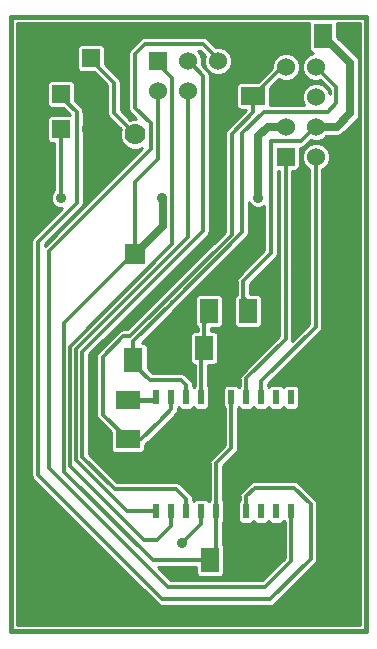
<source format=gtl>
G04 (created by PCBNEW-RS274X (2010-05-05 BZR 2356)-stable) date 15/07/2010 12:14:12*
G01*
G70*
G90*
%MOIN*%
G04 Gerber Fmt 3.4, Leading zero omitted, Abs format*
%FSLAX34Y34*%
G04 APERTURE LIST*
%ADD10C,0.006000*%
%ADD11C,0.015000*%
%ADD12C,0.070000*%
%ADD13R,0.070000X0.070000*%
%ADD14R,0.060000X0.060000*%
%ADD15C,0.060000*%
%ADD16R,0.060000X0.080000*%
%ADD17R,0.080000X0.060000*%
%ADD18R,0.020000X0.050000*%
%ADD19C,0.035400*%
%ADD20C,0.011800*%
%ADD21C,0.027600*%
%ADD22C,0.010000*%
G04 APERTURE END LIST*
G54D10*
G54D11*
X41929Y-21457D02*
X30118Y-21457D01*
X41929Y-41929D02*
X41929Y-21457D01*
X30118Y-41929D02*
X41929Y-41929D01*
X30118Y-21457D02*
X30118Y-41929D01*
G54D12*
X34252Y-25363D03*
G54D13*
X34252Y-29363D03*
G54D14*
X32784Y-22835D03*
G54D15*
X31784Y-22835D03*
G54D14*
X31784Y-24016D03*
G54D15*
X32784Y-24016D03*
G54D14*
X31784Y-25197D03*
G54D15*
X32784Y-25197D03*
G54D14*
X35024Y-22926D03*
G54D15*
X35024Y-23926D03*
X36024Y-22926D03*
X36024Y-23926D03*
X37024Y-22926D03*
X37024Y-23926D03*
G54D14*
X39264Y-26107D03*
G54D15*
X40264Y-26107D03*
X39264Y-25107D03*
X40264Y-25107D03*
X39264Y-24107D03*
X40264Y-24107D03*
X39264Y-23107D03*
X40264Y-23107D03*
G54D16*
X40512Y-22077D03*
X39212Y-22077D03*
X36555Y-32480D03*
X37855Y-32480D03*
X34193Y-32874D03*
X35493Y-32874D03*
G54D17*
X38189Y-24075D03*
X38189Y-22775D03*
G54D16*
X36751Y-39567D03*
X38051Y-39567D03*
X36712Y-31260D03*
X38012Y-31260D03*
G54D17*
X33996Y-34232D03*
X33996Y-35532D03*
G54D18*
X39455Y-34123D03*
X38955Y-34123D03*
X38455Y-34123D03*
X37955Y-34123D03*
X37455Y-34123D03*
X36955Y-34123D03*
X36455Y-34123D03*
X35955Y-34123D03*
X35455Y-34123D03*
X34955Y-34123D03*
X34955Y-37923D03*
X35455Y-37923D03*
X35955Y-37923D03*
X36455Y-37923D03*
X36955Y-37923D03*
X37455Y-37923D03*
X37955Y-37923D03*
X38455Y-37923D03*
X38955Y-37923D03*
X39455Y-37923D03*
G54D19*
X38346Y-27470D03*
X35148Y-27480D03*
X38760Y-31909D03*
X37028Y-25157D03*
X36949Y-35433D03*
X37480Y-36535D03*
X35807Y-38996D03*
X31772Y-27480D03*
G54D20*
X35497Y-30950D02*
X35497Y-30951D01*
X34193Y-32255D02*
X34193Y-32874D01*
X35497Y-30951D02*
X34193Y-32255D01*
X34193Y-32874D02*
X34193Y-33012D01*
X34193Y-33012D02*
X34744Y-33563D01*
X34744Y-33563D02*
X35788Y-33563D01*
X35788Y-33563D02*
X35955Y-33730D01*
X35955Y-33730D02*
X35955Y-34123D01*
X37815Y-28632D02*
X37815Y-25324D01*
X40955Y-24330D02*
X40955Y-23798D01*
X40679Y-24606D02*
X40955Y-24330D01*
X38533Y-24606D02*
X40679Y-24606D01*
X37815Y-25324D02*
X38533Y-24606D01*
X35493Y-30954D02*
X35497Y-30950D01*
X35497Y-30950D02*
X37815Y-28632D01*
X40955Y-23798D02*
X40264Y-23107D01*
X36555Y-32480D02*
X36555Y-31673D01*
X36555Y-31673D02*
X36555Y-31102D01*
X36455Y-34123D02*
X36455Y-32580D01*
X36712Y-31260D02*
X36712Y-31516D01*
X36712Y-31516D02*
X36555Y-31673D01*
X36455Y-32580D02*
X36555Y-32480D01*
X37461Y-25356D02*
X37461Y-28705D01*
X38189Y-24628D02*
X37461Y-25356D01*
X38189Y-24075D02*
X38189Y-24628D01*
X33858Y-32087D02*
X33169Y-32776D01*
X34079Y-32087D02*
X33858Y-32087D01*
X37461Y-28705D02*
X34079Y-32087D01*
X33169Y-32776D02*
X33169Y-34705D01*
X33169Y-34705D02*
X33996Y-35532D01*
X39264Y-23107D02*
X39157Y-23107D01*
X33996Y-35532D02*
X34459Y-35532D01*
X35080Y-34911D02*
X35455Y-34536D01*
X35455Y-34536D02*
X35455Y-34123D01*
X34459Y-35532D02*
X35080Y-34911D01*
X39157Y-23107D02*
X38189Y-24075D01*
X34826Y-34252D02*
X34955Y-34123D01*
X33996Y-34232D02*
X34846Y-34232D01*
X34846Y-34232D02*
X34955Y-34123D01*
X34114Y-34252D02*
X34826Y-34252D01*
X36955Y-37923D02*
X36955Y-36322D01*
X36955Y-36322D02*
X37455Y-35822D01*
X37455Y-35822D02*
X37455Y-34123D01*
X36955Y-37923D02*
X36955Y-39363D01*
X36955Y-39363D02*
X36751Y-39567D01*
X34252Y-26959D02*
X35024Y-26187D01*
X34252Y-29363D02*
X34179Y-29363D01*
X34843Y-39567D02*
X36751Y-39567D01*
X31890Y-36614D02*
X34843Y-39567D01*
X31890Y-31652D02*
X31890Y-36614D01*
X34179Y-29363D02*
X31890Y-31652D01*
X34252Y-29363D02*
X34237Y-29363D01*
G54D21*
X38672Y-25107D02*
X39264Y-25107D01*
X38346Y-25433D02*
X38672Y-25107D01*
X38346Y-27470D02*
X38346Y-25433D01*
G54D20*
X35167Y-27499D02*
X35148Y-27480D01*
G54D21*
X35167Y-28433D02*
X35167Y-27499D01*
X34237Y-29363D02*
X35167Y-28433D01*
G54D20*
X34252Y-29363D02*
X34252Y-26959D01*
X35024Y-26187D02*
X35024Y-23926D01*
X38455Y-33592D02*
X40264Y-31783D01*
X38455Y-34123D02*
X38455Y-33592D01*
X40264Y-31783D02*
X40264Y-26107D01*
X39264Y-32193D02*
X39264Y-26107D01*
X37955Y-33502D02*
X39264Y-32193D01*
X37955Y-34123D02*
X37955Y-33502D01*
X39212Y-22077D02*
X39212Y-22077D01*
X39212Y-22077D02*
X39025Y-21890D01*
X38189Y-22775D02*
X38514Y-22775D01*
X38514Y-22775D02*
X39212Y-22077D01*
X37024Y-23926D02*
X37038Y-23926D01*
X37038Y-23926D02*
X38189Y-22775D01*
X32784Y-24016D02*
X32784Y-23835D01*
X32784Y-23835D02*
X31784Y-22835D01*
G54D21*
X39025Y-21890D02*
X32263Y-21890D01*
X31784Y-22369D02*
X31784Y-22835D01*
X31784Y-22369D02*
X32263Y-21890D01*
G54D20*
X37024Y-23926D02*
X37024Y-25154D01*
X38189Y-32480D02*
X37855Y-32480D01*
X38760Y-31909D02*
X38189Y-32480D01*
X37024Y-25154D02*
X37028Y-25157D01*
X37455Y-37923D02*
X37455Y-36560D01*
X36955Y-35427D02*
X36955Y-34123D01*
X36949Y-35433D02*
X36955Y-35427D01*
X37455Y-36560D02*
X37480Y-36535D01*
X37855Y-32480D02*
X37855Y-32324D01*
X37855Y-32324D02*
X37323Y-31792D01*
X37323Y-31792D02*
X37323Y-30669D01*
X37323Y-30669D02*
X37245Y-30591D01*
X37245Y-30591D02*
X36319Y-30591D01*
X36319Y-30591D02*
X35493Y-31417D01*
X35493Y-31417D02*
X35493Y-32874D01*
X35493Y-32874D02*
X35493Y-32973D01*
X37855Y-32480D02*
X37855Y-32618D01*
X36955Y-33518D02*
X36955Y-34123D01*
X37855Y-32618D02*
X36955Y-33518D01*
X39264Y-24107D02*
X39264Y-24043D01*
X39764Y-22629D02*
X39212Y-22077D01*
X39764Y-23543D02*
X39764Y-22629D01*
X39264Y-24043D02*
X39764Y-23543D01*
X38051Y-39567D02*
X38051Y-39350D01*
X37455Y-38754D02*
X37455Y-37923D01*
X38051Y-39350D02*
X37455Y-38754D01*
X32784Y-24016D02*
X32784Y-25197D01*
X31784Y-22835D02*
X31784Y-23016D01*
X35024Y-22926D02*
X35024Y-23017D01*
X35455Y-38404D02*
X35455Y-37923D01*
X34981Y-38878D02*
X35455Y-38404D01*
X34547Y-38878D02*
X34981Y-38878D01*
X32089Y-36420D02*
X34547Y-38878D01*
X32089Y-32438D02*
X32089Y-36420D01*
X35492Y-29035D02*
X32089Y-32438D01*
X35492Y-23485D02*
X35492Y-29035D01*
X35024Y-23017D02*
X35492Y-23485D01*
X36024Y-28786D02*
X32288Y-32522D01*
X36024Y-23926D02*
X36024Y-28786D01*
X33986Y-37923D02*
X34955Y-37923D01*
X32288Y-36225D02*
X33986Y-37923D01*
X32288Y-32522D02*
X32288Y-36225D01*
X36024Y-22926D02*
X36036Y-22926D01*
X35955Y-37530D02*
X35955Y-37923D01*
X35610Y-37185D02*
X35955Y-37530D01*
X33563Y-37185D02*
X35610Y-37185D01*
X32487Y-36109D02*
X33563Y-37185D01*
X32487Y-32605D02*
X32487Y-36109D01*
X36516Y-28576D02*
X32487Y-32605D01*
X36516Y-23406D02*
X36516Y-28576D01*
X36036Y-22926D02*
X36516Y-23406D01*
X31784Y-25197D02*
X31784Y-27468D01*
X36455Y-38348D02*
X36455Y-37923D01*
X35807Y-38996D02*
X36455Y-38348D01*
X31784Y-27468D02*
X31772Y-27480D01*
X34252Y-22677D02*
X34252Y-24488D01*
X37024Y-22926D02*
X37024Y-22851D01*
X37024Y-22851D02*
X36516Y-22343D01*
X36516Y-22343D02*
X34586Y-22343D01*
X34586Y-22343D02*
X34252Y-22677D01*
X39455Y-39581D02*
X39455Y-37923D01*
X38583Y-40453D02*
X39455Y-39581D01*
X35334Y-40453D02*
X38583Y-40453D01*
X31378Y-36497D02*
X35334Y-40453D01*
X31378Y-29251D02*
X31378Y-36497D01*
X34764Y-25865D02*
X31378Y-29251D01*
X34764Y-25000D02*
X34764Y-25865D01*
X34252Y-24488D02*
X34764Y-25000D01*
X32784Y-22835D02*
X32784Y-22883D01*
X33543Y-24654D02*
X34252Y-25363D01*
X33543Y-23642D02*
X33543Y-24654D01*
X32784Y-22883D02*
X33543Y-23642D01*
X32303Y-26949D02*
X32303Y-27638D01*
X31784Y-24107D02*
X32303Y-24626D01*
X32303Y-24626D02*
X32303Y-26949D01*
X31784Y-24016D02*
X31784Y-24107D01*
X37955Y-37419D02*
X37955Y-37923D01*
X38228Y-37146D02*
X37955Y-37419D01*
X39547Y-37146D02*
X38228Y-37146D01*
X40098Y-37697D02*
X39547Y-37146D01*
X40098Y-39528D02*
X40098Y-37697D01*
X38760Y-40866D02*
X40098Y-39528D01*
X35157Y-40866D02*
X38760Y-40866D01*
X31004Y-36713D02*
X35157Y-40866D01*
X31004Y-28937D02*
X31004Y-36713D01*
X32303Y-27638D02*
X31004Y-28937D01*
X38012Y-31260D02*
X38012Y-30945D01*
X38012Y-30945D02*
X37855Y-30788D01*
X38012Y-31260D02*
X38012Y-31043D01*
X37855Y-30886D02*
X38012Y-31260D01*
X38012Y-31043D02*
X37855Y-30886D01*
X37855Y-31102D02*
X37855Y-30788D01*
X37855Y-30788D02*
X37855Y-30256D01*
X37855Y-30256D02*
X38780Y-29331D01*
X38780Y-29331D02*
X38780Y-25591D01*
X38780Y-25591D02*
X39764Y-25591D01*
X39764Y-25591D02*
X40248Y-25107D01*
X40248Y-25107D02*
X40264Y-25107D01*
G54D21*
X41417Y-24666D02*
X41417Y-22982D01*
X40976Y-25107D02*
X41417Y-24666D01*
X40264Y-25107D02*
X40976Y-25107D01*
X41417Y-22982D02*
X40512Y-22077D01*
G54D10*
G36*
X41736Y-41736D02*
X41736Y-21650D01*
X40980Y-21650D01*
X40980Y-22112D01*
X41633Y-22765D01*
X41677Y-22831D01*
X41700Y-22865D01*
X41723Y-22982D01*
X41723Y-24666D01*
X41700Y-24783D01*
X41677Y-24815D01*
X41633Y-24883D01*
X41192Y-25323D01*
X41093Y-25390D01*
X40976Y-25413D01*
X40619Y-25413D01*
X40529Y-25504D01*
X40357Y-25575D01*
X40171Y-25575D01*
X40121Y-25554D01*
X39925Y-25752D01*
X39851Y-25801D01*
X39764Y-25819D01*
X39759Y-25817D01*
X39732Y-25818D01*
X39732Y-26441D01*
X39706Y-26502D01*
X39659Y-26550D01*
X39597Y-26575D01*
X39491Y-26575D01*
X39491Y-32188D01*
X39492Y-32193D01*
X39481Y-32244D01*
X40037Y-31688D01*
X40037Y-26519D01*
X39999Y-26504D01*
X39867Y-26372D01*
X39796Y-26200D01*
X39796Y-26014D01*
X39867Y-25842D01*
X39999Y-25710D01*
X40171Y-25639D01*
X40357Y-25639D01*
X40529Y-25710D01*
X40661Y-25842D01*
X40732Y-26014D01*
X40732Y-26200D01*
X40661Y-26372D01*
X40529Y-26504D01*
X40491Y-26519D01*
X40491Y-31783D01*
X40474Y-31870D01*
X40425Y-31944D01*
X40422Y-31945D01*
X38682Y-33686D01*
X38682Y-33762D01*
X38698Y-33778D01*
X38705Y-33796D01*
X38713Y-33778D01*
X38760Y-33730D01*
X38822Y-33705D01*
X39089Y-33705D01*
X39150Y-33731D01*
X39198Y-33778D01*
X39205Y-33796D01*
X39213Y-33778D01*
X39260Y-33730D01*
X39322Y-33705D01*
X39589Y-33705D01*
X39650Y-33731D01*
X39698Y-33778D01*
X39723Y-33840D01*
X39723Y-34407D01*
X39697Y-34468D01*
X39650Y-34516D01*
X39588Y-34541D01*
X39321Y-34541D01*
X39260Y-34515D01*
X39212Y-34468D01*
X39204Y-34449D01*
X39197Y-34468D01*
X39150Y-34516D01*
X39088Y-34541D01*
X38821Y-34541D01*
X38760Y-34515D01*
X38712Y-34468D01*
X38704Y-34449D01*
X38697Y-34468D01*
X38650Y-34516D01*
X38588Y-34541D01*
X38321Y-34541D01*
X38260Y-34515D01*
X38212Y-34468D01*
X38204Y-34449D01*
X38197Y-34468D01*
X38150Y-34516D01*
X38088Y-34541D01*
X37821Y-34541D01*
X37760Y-34515D01*
X37712Y-34468D01*
X37704Y-34449D01*
X37697Y-34468D01*
X37682Y-34483D01*
X37682Y-35817D01*
X37683Y-35822D01*
X37665Y-35909D01*
X37616Y-35983D01*
X37613Y-35984D01*
X37182Y-36416D01*
X37182Y-37562D01*
X37198Y-37578D01*
X37223Y-37640D01*
X37223Y-38207D01*
X37197Y-38268D01*
X37182Y-38283D01*
X37182Y-39060D01*
X37194Y-39072D01*
X37219Y-39134D01*
X37219Y-40001D01*
X37193Y-40062D01*
X37146Y-40110D01*
X37084Y-40135D01*
X36417Y-40135D01*
X36356Y-40109D01*
X36308Y-40062D01*
X36283Y-40000D01*
X36283Y-39794D01*
X34996Y-39794D01*
X35428Y-40226D01*
X38488Y-40226D01*
X39228Y-39486D01*
X39228Y-38283D01*
X39212Y-38268D01*
X39204Y-38249D01*
X39197Y-38268D01*
X39150Y-38316D01*
X39088Y-38341D01*
X38821Y-38341D01*
X38760Y-38315D01*
X38712Y-38268D01*
X38704Y-38249D01*
X38697Y-38268D01*
X38650Y-38316D01*
X38588Y-38341D01*
X38321Y-38341D01*
X38260Y-38315D01*
X38212Y-38268D01*
X38204Y-38249D01*
X38197Y-38268D01*
X38150Y-38316D01*
X38088Y-38341D01*
X37821Y-38341D01*
X37760Y-38315D01*
X37712Y-38268D01*
X37687Y-38206D01*
X37687Y-37639D01*
X37713Y-37578D01*
X37728Y-37562D01*
X37728Y-37423D01*
X37727Y-37419D01*
X37745Y-37332D01*
X37794Y-37258D01*
X38065Y-36987D01*
X38067Y-36985D01*
X38141Y-36936D01*
X38228Y-36918D01*
X38232Y-36919D01*
X39542Y-36919D01*
X39547Y-36918D01*
X39634Y-36936D01*
X39708Y-36985D01*
X40256Y-37534D01*
X40259Y-37536D01*
X40308Y-37610D01*
X40326Y-37697D01*
X40325Y-37701D01*
X40325Y-39523D01*
X40326Y-39528D01*
X40308Y-39615D01*
X40259Y-39689D01*
X40256Y-39690D01*
X38921Y-41027D01*
X38847Y-41076D01*
X38760Y-41094D01*
X38755Y-41093D01*
X35161Y-41093D01*
X35157Y-41094D01*
X35070Y-41076D01*
X34996Y-41027D01*
X34994Y-41024D01*
X30843Y-36874D01*
X30794Y-36800D01*
X30776Y-36713D01*
X30777Y-36708D01*
X30777Y-28941D01*
X30776Y-28937D01*
X30794Y-28850D01*
X30843Y-28776D01*
X31795Y-27824D01*
X31703Y-27824D01*
X31577Y-27771D01*
X31480Y-27674D01*
X31428Y-27548D01*
X31428Y-27411D01*
X31481Y-27285D01*
X31557Y-27209D01*
X31557Y-25665D01*
X31450Y-25665D01*
X31389Y-25639D01*
X31341Y-25592D01*
X31316Y-25530D01*
X31316Y-24863D01*
X31342Y-24802D01*
X31389Y-24754D01*
X31451Y-24729D01*
X32076Y-24729D01*
X32076Y-24720D01*
X31839Y-24484D01*
X31450Y-24484D01*
X31389Y-24458D01*
X31341Y-24411D01*
X31316Y-24349D01*
X31316Y-23682D01*
X31342Y-23621D01*
X31389Y-23573D01*
X31451Y-23548D01*
X32118Y-23548D01*
X32179Y-23574D01*
X32227Y-23621D01*
X32252Y-23683D01*
X32252Y-24253D01*
X32461Y-24463D01*
X32464Y-24465D01*
X32513Y-24539D01*
X32526Y-24608D01*
X32530Y-24625D01*
X32529Y-24625D01*
X32530Y-24626D01*
X32530Y-26949D01*
X32530Y-27633D01*
X32531Y-27638D01*
X32513Y-27725D01*
X32464Y-27799D01*
X32461Y-27800D01*
X31231Y-29031D01*
X31231Y-29076D01*
X34478Y-25829D01*
X34355Y-25881D01*
X34149Y-25881D01*
X33959Y-25802D01*
X33813Y-25656D01*
X33734Y-25466D01*
X33734Y-25260D01*
X33761Y-25193D01*
X33382Y-24815D01*
X33333Y-24741D01*
X33315Y-24654D01*
X33316Y-24649D01*
X33316Y-23736D01*
X32882Y-23302D01*
X32450Y-23303D01*
X32389Y-23277D01*
X32341Y-23230D01*
X32316Y-23168D01*
X32316Y-22501D01*
X32342Y-22440D01*
X32389Y-22392D01*
X32451Y-22367D01*
X33118Y-22367D01*
X33179Y-22393D01*
X33227Y-22440D01*
X33252Y-22502D01*
X33252Y-23029D01*
X33701Y-23479D01*
X33704Y-23481D01*
X33753Y-23555D01*
X33770Y-23642D01*
X33770Y-24559D01*
X34082Y-24872D01*
X34149Y-24845D01*
X34287Y-24845D01*
X34091Y-24649D01*
X34042Y-24575D01*
X34024Y-24488D01*
X34025Y-24483D01*
X34025Y-22681D01*
X34024Y-22677D01*
X34042Y-22590D01*
X34091Y-22516D01*
X34423Y-22184D01*
X34425Y-22182D01*
X34499Y-22133D01*
X34586Y-22116D01*
X36511Y-22116D01*
X36516Y-22115D01*
X36603Y-22133D01*
X36677Y-22182D01*
X36952Y-22458D01*
X37117Y-22458D01*
X37289Y-22529D01*
X37421Y-22661D01*
X37492Y-22833D01*
X37492Y-23019D01*
X37421Y-23191D01*
X37289Y-23323D01*
X37117Y-23394D01*
X36931Y-23394D01*
X36759Y-23323D01*
X36627Y-23191D01*
X36556Y-23019D01*
X36556Y-22833D01*
X36593Y-22742D01*
X36421Y-22570D01*
X36329Y-22570D01*
X36421Y-22661D01*
X36492Y-22833D01*
X36492Y-23019D01*
X36479Y-23048D01*
X36674Y-23243D01*
X36677Y-23245D01*
X36726Y-23319D01*
X36739Y-23387D01*
X36743Y-23405D01*
X36742Y-23405D01*
X36743Y-23406D01*
X36743Y-28576D01*
X36742Y-28576D01*
X36743Y-28577D01*
X36739Y-28594D01*
X36726Y-28663D01*
X36677Y-28737D01*
X36674Y-28738D01*
X32714Y-32699D01*
X32714Y-36014D01*
X33657Y-36958D01*
X35605Y-36958D01*
X35610Y-36957D01*
X35697Y-36975D01*
X35771Y-37024D01*
X36113Y-37367D01*
X36116Y-37369D01*
X36165Y-37443D01*
X36178Y-37511D01*
X36182Y-37529D01*
X36181Y-37529D01*
X36182Y-37530D01*
X36182Y-37562D01*
X36198Y-37578D01*
X36205Y-37596D01*
X36213Y-37578D01*
X36260Y-37530D01*
X36322Y-37505D01*
X36589Y-37505D01*
X36650Y-37531D01*
X36698Y-37578D01*
X36705Y-37596D01*
X36713Y-37578D01*
X36728Y-37562D01*
X36728Y-36326D01*
X36727Y-36322D01*
X36745Y-36235D01*
X36794Y-36161D01*
X37228Y-35727D01*
X37228Y-34483D01*
X37212Y-34468D01*
X37187Y-34406D01*
X37187Y-33839D01*
X37213Y-33778D01*
X37260Y-33730D01*
X37322Y-33705D01*
X37589Y-33705D01*
X37650Y-33731D01*
X37698Y-33778D01*
X37705Y-33796D01*
X37713Y-33778D01*
X37728Y-33762D01*
X37728Y-33506D01*
X37727Y-33502D01*
X37745Y-33415D01*
X37794Y-33341D01*
X39037Y-32098D01*
X39037Y-26575D01*
X39007Y-26575D01*
X39007Y-29326D01*
X39008Y-29331D01*
X38990Y-29418D01*
X38941Y-29492D01*
X38938Y-29493D01*
X38082Y-30350D01*
X38082Y-30692D01*
X38346Y-30692D01*
X38407Y-30718D01*
X38455Y-30765D01*
X38480Y-30827D01*
X38480Y-31694D01*
X38454Y-31755D01*
X38407Y-31803D01*
X38345Y-31828D01*
X37678Y-31828D01*
X37617Y-31802D01*
X37569Y-31755D01*
X37544Y-31693D01*
X37544Y-30826D01*
X37570Y-30765D01*
X37617Y-30717D01*
X37628Y-30712D01*
X37628Y-30260D01*
X37627Y-30256D01*
X37645Y-30169D01*
X37694Y-30095D01*
X38553Y-29236D01*
X38553Y-27749D01*
X38540Y-27762D01*
X38414Y-27814D01*
X38277Y-27814D01*
X38151Y-27761D01*
X38054Y-27664D01*
X38042Y-27634D01*
X38042Y-28627D01*
X38043Y-28632D01*
X38025Y-28719D01*
X37976Y-28793D01*
X37973Y-28794D01*
X35659Y-31109D01*
X35658Y-31112D01*
X35655Y-31113D01*
X34463Y-32306D01*
X34527Y-32306D01*
X34588Y-32332D01*
X34636Y-32379D01*
X34661Y-32441D01*
X34661Y-33158D01*
X34838Y-33336D01*
X35783Y-33336D01*
X35788Y-33335D01*
X35875Y-33353D01*
X35949Y-33402D01*
X36113Y-33567D01*
X36116Y-33569D01*
X36165Y-33643D01*
X36183Y-33730D01*
X36182Y-33734D01*
X36182Y-33762D01*
X36198Y-33778D01*
X36205Y-33796D01*
X36213Y-33778D01*
X36228Y-33762D01*
X36228Y-33048D01*
X36221Y-33048D01*
X36160Y-33022D01*
X36112Y-32975D01*
X36087Y-32913D01*
X36087Y-32046D01*
X36113Y-31985D01*
X36160Y-31937D01*
X36222Y-31912D01*
X36328Y-31912D01*
X36328Y-31806D01*
X36317Y-31802D01*
X36269Y-31755D01*
X36244Y-31693D01*
X36244Y-30826D01*
X36270Y-30765D01*
X36317Y-30717D01*
X36379Y-30692D01*
X37046Y-30692D01*
X37107Y-30718D01*
X37155Y-30765D01*
X37180Y-30827D01*
X37180Y-31694D01*
X37154Y-31755D01*
X37107Y-31803D01*
X37045Y-31828D01*
X36782Y-31828D01*
X36782Y-31912D01*
X36889Y-31912D01*
X36950Y-31938D01*
X36998Y-31985D01*
X37023Y-32047D01*
X37023Y-32914D01*
X36997Y-32975D01*
X36950Y-33023D01*
X36888Y-33048D01*
X36682Y-33048D01*
X36682Y-33762D01*
X36698Y-33778D01*
X36723Y-33840D01*
X36723Y-34407D01*
X36697Y-34468D01*
X36650Y-34516D01*
X36588Y-34541D01*
X36321Y-34541D01*
X36260Y-34515D01*
X36212Y-34468D01*
X36204Y-34449D01*
X36197Y-34468D01*
X36150Y-34516D01*
X36088Y-34541D01*
X35821Y-34541D01*
X35760Y-34515D01*
X35712Y-34468D01*
X35704Y-34449D01*
X35697Y-34468D01*
X35682Y-34483D01*
X35682Y-34536D01*
X35665Y-34623D01*
X35616Y-34697D01*
X35613Y-34698D01*
X35241Y-35072D01*
X35238Y-35073D01*
X34620Y-35693D01*
X34564Y-35730D01*
X34564Y-35866D01*
X34538Y-35927D01*
X34491Y-35975D01*
X34429Y-36000D01*
X33562Y-36000D01*
X33501Y-35974D01*
X33453Y-35927D01*
X33428Y-35865D01*
X33428Y-35285D01*
X33008Y-34866D01*
X32959Y-34792D01*
X32941Y-34705D01*
X32942Y-34700D01*
X32942Y-32780D01*
X32941Y-32776D01*
X32959Y-32689D01*
X33008Y-32615D01*
X33695Y-31928D01*
X33697Y-31926D01*
X33771Y-31877D01*
X33858Y-31860D01*
X33984Y-31860D01*
X37234Y-28610D01*
X37234Y-25360D01*
X37233Y-25356D01*
X37251Y-25269D01*
X37300Y-25195D01*
X37952Y-24543D01*
X37755Y-24543D01*
X37694Y-24517D01*
X37646Y-24470D01*
X37621Y-24408D01*
X37621Y-23741D01*
X37647Y-23680D01*
X37694Y-23632D01*
X37756Y-23607D01*
X38335Y-23607D01*
X38796Y-23146D01*
X38796Y-23014D01*
X38867Y-22842D01*
X38999Y-22710D01*
X39171Y-22639D01*
X39357Y-22639D01*
X39529Y-22710D01*
X39661Y-22842D01*
X39732Y-23014D01*
X39732Y-23200D01*
X39661Y-23372D01*
X39529Y-23504D01*
X39357Y-23575D01*
X39171Y-23575D01*
X39057Y-23528D01*
X38757Y-23828D01*
X38757Y-24379D01*
X39874Y-24379D01*
X39867Y-24372D01*
X39796Y-24200D01*
X39796Y-24014D01*
X39867Y-23842D01*
X39999Y-23710D01*
X40171Y-23639D01*
X40357Y-23639D01*
X40529Y-23710D01*
X40661Y-23842D01*
X40728Y-24004D01*
X40728Y-23892D01*
X40394Y-23559D01*
X40357Y-23575D01*
X40171Y-23575D01*
X39999Y-23504D01*
X39867Y-23372D01*
X39796Y-23200D01*
X39796Y-23014D01*
X39867Y-22842D01*
X39999Y-22710D01*
X40167Y-22640D01*
X40117Y-22619D01*
X40069Y-22572D01*
X40044Y-22510D01*
X40044Y-21650D01*
X30311Y-21650D01*
X30311Y-41736D01*
X41736Y-41736D01*
X41736Y-41736D01*
G37*
G54D22*
X41736Y-41736D02*
X41736Y-21650D01*
X40980Y-21650D01*
X40980Y-22112D01*
X41633Y-22765D01*
X41677Y-22831D01*
X41700Y-22865D01*
X41723Y-22982D01*
X41723Y-24666D01*
X41700Y-24783D01*
X41677Y-24815D01*
X41633Y-24883D01*
X41192Y-25323D01*
X41093Y-25390D01*
X40976Y-25413D01*
X40619Y-25413D01*
X40529Y-25504D01*
X40357Y-25575D01*
X40171Y-25575D01*
X40121Y-25554D01*
X39925Y-25752D01*
X39851Y-25801D01*
X39764Y-25819D01*
X39759Y-25817D01*
X39732Y-25818D01*
X39732Y-26441D01*
X39706Y-26502D01*
X39659Y-26550D01*
X39597Y-26575D01*
X39491Y-26575D01*
X39491Y-32188D01*
X39492Y-32193D01*
X39481Y-32244D01*
X40037Y-31688D01*
X40037Y-26519D01*
X39999Y-26504D01*
X39867Y-26372D01*
X39796Y-26200D01*
X39796Y-26014D01*
X39867Y-25842D01*
X39999Y-25710D01*
X40171Y-25639D01*
X40357Y-25639D01*
X40529Y-25710D01*
X40661Y-25842D01*
X40732Y-26014D01*
X40732Y-26200D01*
X40661Y-26372D01*
X40529Y-26504D01*
X40491Y-26519D01*
X40491Y-31783D01*
X40474Y-31870D01*
X40425Y-31944D01*
X40422Y-31945D01*
X38682Y-33686D01*
X38682Y-33762D01*
X38698Y-33778D01*
X38705Y-33796D01*
X38713Y-33778D01*
X38760Y-33730D01*
X38822Y-33705D01*
X39089Y-33705D01*
X39150Y-33731D01*
X39198Y-33778D01*
X39205Y-33796D01*
X39213Y-33778D01*
X39260Y-33730D01*
X39322Y-33705D01*
X39589Y-33705D01*
X39650Y-33731D01*
X39698Y-33778D01*
X39723Y-33840D01*
X39723Y-34407D01*
X39697Y-34468D01*
X39650Y-34516D01*
X39588Y-34541D01*
X39321Y-34541D01*
X39260Y-34515D01*
X39212Y-34468D01*
X39204Y-34449D01*
X39197Y-34468D01*
X39150Y-34516D01*
X39088Y-34541D01*
X38821Y-34541D01*
X38760Y-34515D01*
X38712Y-34468D01*
X38704Y-34449D01*
X38697Y-34468D01*
X38650Y-34516D01*
X38588Y-34541D01*
X38321Y-34541D01*
X38260Y-34515D01*
X38212Y-34468D01*
X38204Y-34449D01*
X38197Y-34468D01*
X38150Y-34516D01*
X38088Y-34541D01*
X37821Y-34541D01*
X37760Y-34515D01*
X37712Y-34468D01*
X37704Y-34449D01*
X37697Y-34468D01*
X37682Y-34483D01*
X37682Y-35817D01*
X37683Y-35822D01*
X37665Y-35909D01*
X37616Y-35983D01*
X37613Y-35984D01*
X37182Y-36416D01*
X37182Y-37562D01*
X37198Y-37578D01*
X37223Y-37640D01*
X37223Y-38207D01*
X37197Y-38268D01*
X37182Y-38283D01*
X37182Y-39060D01*
X37194Y-39072D01*
X37219Y-39134D01*
X37219Y-40001D01*
X37193Y-40062D01*
X37146Y-40110D01*
X37084Y-40135D01*
X36417Y-40135D01*
X36356Y-40109D01*
X36308Y-40062D01*
X36283Y-40000D01*
X36283Y-39794D01*
X34996Y-39794D01*
X35428Y-40226D01*
X38488Y-40226D01*
X39228Y-39486D01*
X39228Y-38283D01*
X39212Y-38268D01*
X39204Y-38249D01*
X39197Y-38268D01*
X39150Y-38316D01*
X39088Y-38341D01*
X38821Y-38341D01*
X38760Y-38315D01*
X38712Y-38268D01*
X38704Y-38249D01*
X38697Y-38268D01*
X38650Y-38316D01*
X38588Y-38341D01*
X38321Y-38341D01*
X38260Y-38315D01*
X38212Y-38268D01*
X38204Y-38249D01*
X38197Y-38268D01*
X38150Y-38316D01*
X38088Y-38341D01*
X37821Y-38341D01*
X37760Y-38315D01*
X37712Y-38268D01*
X37687Y-38206D01*
X37687Y-37639D01*
X37713Y-37578D01*
X37728Y-37562D01*
X37728Y-37423D01*
X37727Y-37419D01*
X37745Y-37332D01*
X37794Y-37258D01*
X38065Y-36987D01*
X38067Y-36985D01*
X38141Y-36936D01*
X38228Y-36918D01*
X38232Y-36919D01*
X39542Y-36919D01*
X39547Y-36918D01*
X39634Y-36936D01*
X39708Y-36985D01*
X40256Y-37534D01*
X40259Y-37536D01*
X40308Y-37610D01*
X40326Y-37697D01*
X40325Y-37701D01*
X40325Y-39523D01*
X40326Y-39528D01*
X40308Y-39615D01*
X40259Y-39689D01*
X40256Y-39690D01*
X38921Y-41027D01*
X38847Y-41076D01*
X38760Y-41094D01*
X38755Y-41093D01*
X35161Y-41093D01*
X35157Y-41094D01*
X35070Y-41076D01*
X34996Y-41027D01*
X34994Y-41024D01*
X30843Y-36874D01*
X30794Y-36800D01*
X30776Y-36713D01*
X30777Y-36708D01*
X30777Y-28941D01*
X30776Y-28937D01*
X30794Y-28850D01*
X30843Y-28776D01*
X31795Y-27824D01*
X31703Y-27824D01*
X31577Y-27771D01*
X31480Y-27674D01*
X31428Y-27548D01*
X31428Y-27411D01*
X31481Y-27285D01*
X31557Y-27209D01*
X31557Y-25665D01*
X31450Y-25665D01*
X31389Y-25639D01*
X31341Y-25592D01*
X31316Y-25530D01*
X31316Y-24863D01*
X31342Y-24802D01*
X31389Y-24754D01*
X31451Y-24729D01*
X32076Y-24729D01*
X32076Y-24720D01*
X31839Y-24484D01*
X31450Y-24484D01*
X31389Y-24458D01*
X31341Y-24411D01*
X31316Y-24349D01*
X31316Y-23682D01*
X31342Y-23621D01*
X31389Y-23573D01*
X31451Y-23548D01*
X32118Y-23548D01*
X32179Y-23574D01*
X32227Y-23621D01*
X32252Y-23683D01*
X32252Y-24253D01*
X32461Y-24463D01*
X32464Y-24465D01*
X32513Y-24539D01*
X32526Y-24608D01*
X32530Y-24625D01*
X32529Y-24625D01*
X32530Y-24626D01*
X32530Y-26949D01*
X32530Y-27633D01*
X32531Y-27638D01*
X32513Y-27725D01*
X32464Y-27799D01*
X32461Y-27800D01*
X31231Y-29031D01*
X31231Y-29076D01*
X34478Y-25829D01*
X34355Y-25881D01*
X34149Y-25881D01*
X33959Y-25802D01*
X33813Y-25656D01*
X33734Y-25466D01*
X33734Y-25260D01*
X33761Y-25193D01*
X33382Y-24815D01*
X33333Y-24741D01*
X33315Y-24654D01*
X33316Y-24649D01*
X33316Y-23736D01*
X32882Y-23302D01*
X32450Y-23303D01*
X32389Y-23277D01*
X32341Y-23230D01*
X32316Y-23168D01*
X32316Y-22501D01*
X32342Y-22440D01*
X32389Y-22392D01*
X32451Y-22367D01*
X33118Y-22367D01*
X33179Y-22393D01*
X33227Y-22440D01*
X33252Y-22502D01*
X33252Y-23029D01*
X33701Y-23479D01*
X33704Y-23481D01*
X33753Y-23555D01*
X33770Y-23642D01*
X33770Y-24559D01*
X34082Y-24872D01*
X34149Y-24845D01*
X34287Y-24845D01*
X34091Y-24649D01*
X34042Y-24575D01*
X34024Y-24488D01*
X34025Y-24483D01*
X34025Y-22681D01*
X34024Y-22677D01*
X34042Y-22590D01*
X34091Y-22516D01*
X34423Y-22184D01*
X34425Y-22182D01*
X34499Y-22133D01*
X34586Y-22116D01*
X36511Y-22116D01*
X36516Y-22115D01*
X36603Y-22133D01*
X36677Y-22182D01*
X36952Y-22458D01*
X37117Y-22458D01*
X37289Y-22529D01*
X37421Y-22661D01*
X37492Y-22833D01*
X37492Y-23019D01*
X37421Y-23191D01*
X37289Y-23323D01*
X37117Y-23394D01*
X36931Y-23394D01*
X36759Y-23323D01*
X36627Y-23191D01*
X36556Y-23019D01*
X36556Y-22833D01*
X36593Y-22742D01*
X36421Y-22570D01*
X36329Y-22570D01*
X36421Y-22661D01*
X36492Y-22833D01*
X36492Y-23019D01*
X36479Y-23048D01*
X36674Y-23243D01*
X36677Y-23245D01*
X36726Y-23319D01*
X36739Y-23387D01*
X36743Y-23405D01*
X36742Y-23405D01*
X36743Y-23406D01*
X36743Y-28576D01*
X36742Y-28576D01*
X36743Y-28577D01*
X36739Y-28594D01*
X36726Y-28663D01*
X36677Y-28737D01*
X36674Y-28738D01*
X32714Y-32699D01*
X32714Y-36014D01*
X33657Y-36958D01*
X35605Y-36958D01*
X35610Y-36957D01*
X35697Y-36975D01*
X35771Y-37024D01*
X36113Y-37367D01*
X36116Y-37369D01*
X36165Y-37443D01*
X36178Y-37511D01*
X36182Y-37529D01*
X36181Y-37529D01*
X36182Y-37530D01*
X36182Y-37562D01*
X36198Y-37578D01*
X36205Y-37596D01*
X36213Y-37578D01*
X36260Y-37530D01*
X36322Y-37505D01*
X36589Y-37505D01*
X36650Y-37531D01*
X36698Y-37578D01*
X36705Y-37596D01*
X36713Y-37578D01*
X36728Y-37562D01*
X36728Y-36326D01*
X36727Y-36322D01*
X36745Y-36235D01*
X36794Y-36161D01*
X37228Y-35727D01*
X37228Y-34483D01*
X37212Y-34468D01*
X37187Y-34406D01*
X37187Y-33839D01*
X37213Y-33778D01*
X37260Y-33730D01*
X37322Y-33705D01*
X37589Y-33705D01*
X37650Y-33731D01*
X37698Y-33778D01*
X37705Y-33796D01*
X37713Y-33778D01*
X37728Y-33762D01*
X37728Y-33506D01*
X37727Y-33502D01*
X37745Y-33415D01*
X37794Y-33341D01*
X39037Y-32098D01*
X39037Y-26575D01*
X39007Y-26575D01*
X39007Y-29326D01*
X39008Y-29331D01*
X38990Y-29418D01*
X38941Y-29492D01*
X38938Y-29493D01*
X38082Y-30350D01*
X38082Y-30692D01*
X38346Y-30692D01*
X38407Y-30718D01*
X38455Y-30765D01*
X38480Y-30827D01*
X38480Y-31694D01*
X38454Y-31755D01*
X38407Y-31803D01*
X38345Y-31828D01*
X37678Y-31828D01*
X37617Y-31802D01*
X37569Y-31755D01*
X37544Y-31693D01*
X37544Y-30826D01*
X37570Y-30765D01*
X37617Y-30717D01*
X37628Y-30712D01*
X37628Y-30260D01*
X37627Y-30256D01*
X37645Y-30169D01*
X37694Y-30095D01*
X38553Y-29236D01*
X38553Y-27749D01*
X38540Y-27762D01*
X38414Y-27814D01*
X38277Y-27814D01*
X38151Y-27761D01*
X38054Y-27664D01*
X38042Y-27634D01*
X38042Y-28627D01*
X38043Y-28632D01*
X38025Y-28719D01*
X37976Y-28793D01*
X37973Y-28794D01*
X35659Y-31109D01*
X35658Y-31112D01*
X35655Y-31113D01*
X34463Y-32306D01*
X34527Y-32306D01*
X34588Y-32332D01*
X34636Y-32379D01*
X34661Y-32441D01*
X34661Y-33158D01*
X34838Y-33336D01*
X35783Y-33336D01*
X35788Y-33335D01*
X35875Y-33353D01*
X35949Y-33402D01*
X36113Y-33567D01*
X36116Y-33569D01*
X36165Y-33643D01*
X36183Y-33730D01*
X36182Y-33734D01*
X36182Y-33762D01*
X36198Y-33778D01*
X36205Y-33796D01*
X36213Y-33778D01*
X36228Y-33762D01*
X36228Y-33048D01*
X36221Y-33048D01*
X36160Y-33022D01*
X36112Y-32975D01*
X36087Y-32913D01*
X36087Y-32046D01*
X36113Y-31985D01*
X36160Y-31937D01*
X36222Y-31912D01*
X36328Y-31912D01*
X36328Y-31806D01*
X36317Y-31802D01*
X36269Y-31755D01*
X36244Y-31693D01*
X36244Y-30826D01*
X36270Y-30765D01*
X36317Y-30717D01*
X36379Y-30692D01*
X37046Y-30692D01*
X37107Y-30718D01*
X37155Y-30765D01*
X37180Y-30827D01*
X37180Y-31694D01*
X37154Y-31755D01*
X37107Y-31803D01*
X37045Y-31828D01*
X36782Y-31828D01*
X36782Y-31912D01*
X36889Y-31912D01*
X36950Y-31938D01*
X36998Y-31985D01*
X37023Y-32047D01*
X37023Y-32914D01*
X36997Y-32975D01*
X36950Y-33023D01*
X36888Y-33048D01*
X36682Y-33048D01*
X36682Y-33762D01*
X36698Y-33778D01*
X36723Y-33840D01*
X36723Y-34407D01*
X36697Y-34468D01*
X36650Y-34516D01*
X36588Y-34541D01*
X36321Y-34541D01*
X36260Y-34515D01*
X36212Y-34468D01*
X36204Y-34449D01*
X36197Y-34468D01*
X36150Y-34516D01*
X36088Y-34541D01*
X35821Y-34541D01*
X35760Y-34515D01*
X35712Y-34468D01*
X35704Y-34449D01*
X35697Y-34468D01*
X35682Y-34483D01*
X35682Y-34536D01*
X35665Y-34623D01*
X35616Y-34697D01*
X35613Y-34698D01*
X35241Y-35072D01*
X35238Y-35073D01*
X34620Y-35693D01*
X34564Y-35730D01*
X34564Y-35866D01*
X34538Y-35927D01*
X34491Y-35975D01*
X34429Y-36000D01*
X33562Y-36000D01*
X33501Y-35974D01*
X33453Y-35927D01*
X33428Y-35865D01*
X33428Y-35285D01*
X33008Y-34866D01*
X32959Y-34792D01*
X32941Y-34705D01*
X32942Y-34700D01*
X32942Y-32780D01*
X32941Y-32776D01*
X32959Y-32689D01*
X33008Y-32615D01*
X33695Y-31928D01*
X33697Y-31926D01*
X33771Y-31877D01*
X33858Y-31860D01*
X33984Y-31860D01*
X37234Y-28610D01*
X37234Y-25360D01*
X37233Y-25356D01*
X37251Y-25269D01*
X37300Y-25195D01*
X37952Y-24543D01*
X37755Y-24543D01*
X37694Y-24517D01*
X37646Y-24470D01*
X37621Y-24408D01*
X37621Y-23741D01*
X37647Y-23680D01*
X37694Y-23632D01*
X37756Y-23607D01*
X38335Y-23607D01*
X38796Y-23146D01*
X38796Y-23014D01*
X38867Y-22842D01*
X38999Y-22710D01*
X39171Y-22639D01*
X39357Y-22639D01*
X39529Y-22710D01*
X39661Y-22842D01*
X39732Y-23014D01*
X39732Y-23200D01*
X39661Y-23372D01*
X39529Y-23504D01*
X39357Y-23575D01*
X39171Y-23575D01*
X39057Y-23528D01*
X38757Y-23828D01*
X38757Y-24379D01*
X39874Y-24379D01*
X39867Y-24372D01*
X39796Y-24200D01*
X39796Y-24014D01*
X39867Y-23842D01*
X39999Y-23710D01*
X40171Y-23639D01*
X40357Y-23639D01*
X40529Y-23710D01*
X40661Y-23842D01*
X40728Y-24004D01*
X40728Y-23892D01*
X40394Y-23559D01*
X40357Y-23575D01*
X40171Y-23575D01*
X39999Y-23504D01*
X39867Y-23372D01*
X39796Y-23200D01*
X39796Y-23014D01*
X39867Y-22842D01*
X39999Y-22710D01*
X40167Y-22640D01*
X40117Y-22619D01*
X40069Y-22572D01*
X40044Y-22510D01*
X40044Y-21650D01*
X30311Y-21650D01*
X30311Y-41736D01*
X41736Y-41736D01*
M02*

</source>
